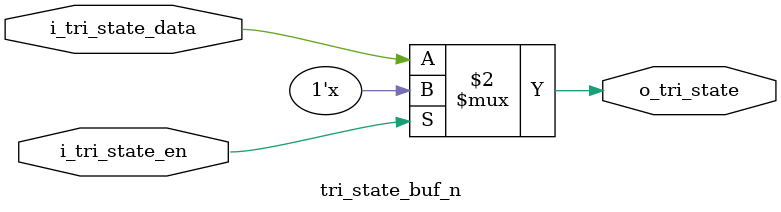
<source format=v>

module tri_state_buf_n (
	input  wire  i_tri_state_data ,
	input  wire  i_tri_state_en   ,
	output wire  o_tri_state       );

	assign o_tri_state = (~i_tri_state_en)? i_tri_state_data:1'bz;

endmodule

</source>
